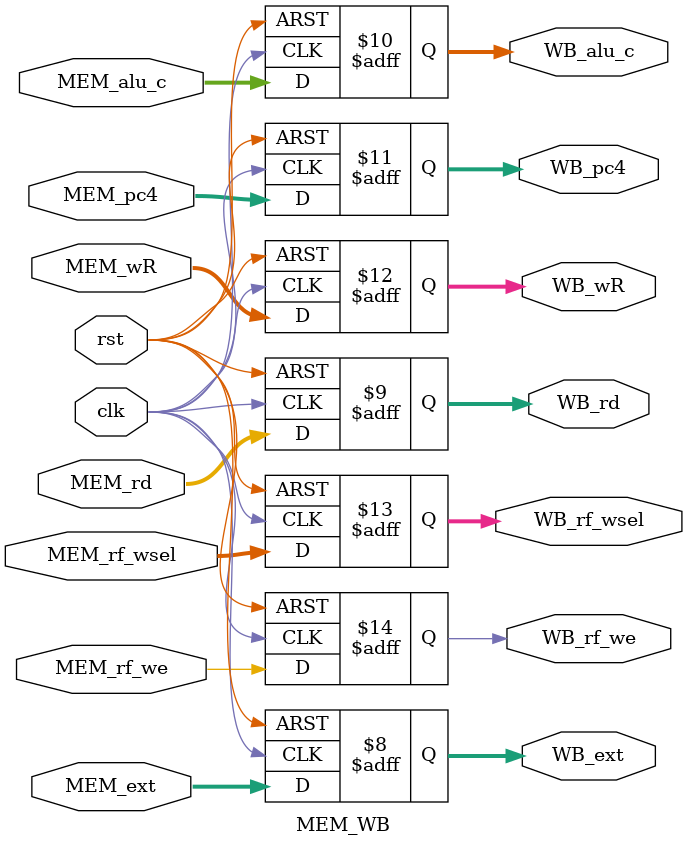
<source format=v>
`include "defines.vh"
module MEM_WB(
  input wire clk,
  input wire rst,
  
  input wire MEM_rf_we,
  input wire[2:0] MEM_rf_wsel,
  input wire[4:0] MEM_wR,
  input wire[31:0] MEM_pc4,
  input wire[31:0] MEM_alu_c,
  input wire[31:0] MEM_rd,
  input wire[31:0] MEM_ext,

  output reg WB_rf_we,
  output reg[2:0] WB_rf_wsel,
  output reg[4:0] WB_wR,
  output reg[31:0] WB_pc4,
  output reg[31:0] WB_alu_c,
  output reg[31:0] WB_rd,
  output reg[31:0] WB_ext
);

always @(posedge clk or posedge rst) begin
  if(rst) WB_rf_we <= 0;
  else WB_rf_we <= MEM_rf_we;
end

always @(posedge clk or posedge rst) begin
  if(rst) WB_rf_wsel <= 0;
  else WB_rf_wsel <= MEM_rf_wsel;
end

always @(posedge clk or posedge rst) begin
  if(rst) WB_wR <= 0;
  else WB_wR <= MEM_wR;
end

always @(posedge clk or posedge rst) begin
  if(rst) WB_pc4 <= 0;
  else WB_pc4 <= MEM_pc4;
end

always @(posedge clk or posedge rst) begin
  if(rst) WB_alu_c <= 0;
  else WB_alu_c <= MEM_alu_c;
end

always @(posedge clk or posedge rst) begin
  if(rst) WB_rd <= 0;
  else WB_rd <= MEM_rd;
end

always @(posedge clk or posedge rst) begin
  if(rst) WB_ext <= 0;
  else WB_ext <= MEM_ext;
end

endmodule
</source>
